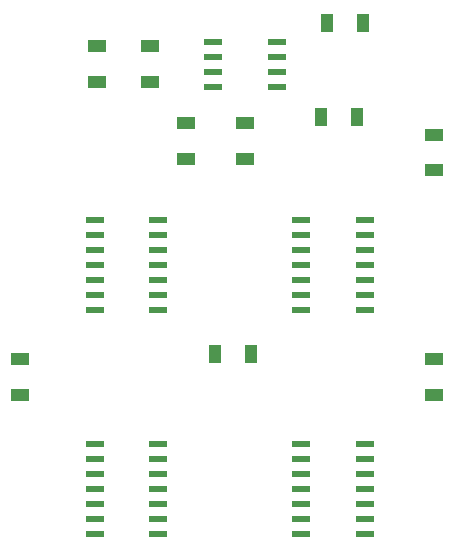
<source format=gbr>
G04 #@! TF.FileFunction,Paste,Top*
%FSLAX46Y46*%
G04 Gerber Fmt 4.6, Leading zero omitted, Abs format (unit mm)*
G04 Created by KiCad (PCBNEW 4.0.1-stable) date 2/25/2016 11:01:42 AM*
%MOMM*%
G01*
G04 APERTURE LIST*
%ADD10C,0.100000*%
%ADD11R,1.600000X1.000000*%
%ADD12R,1.000000X1.600000*%
%ADD13R,1.500000X0.600000*%
%ADD14R,1.550000X0.600000*%
G04 APERTURE END LIST*
D10*
D11*
X81900000Y-91000000D03*
X81900000Y-88000000D03*
X89400000Y-97500000D03*
X89400000Y-94500000D03*
X94400000Y-97500000D03*
X94400000Y-94500000D03*
X86400000Y-91000000D03*
X86400000Y-88000000D03*
D12*
X101400000Y-86000000D03*
X104400000Y-86000000D03*
X100900000Y-94000000D03*
X103900000Y-94000000D03*
D11*
X110400000Y-95500000D03*
X110400000Y-98500000D03*
D12*
X94900000Y-114000000D03*
X91900000Y-114000000D03*
D11*
X110400000Y-114500000D03*
X110400000Y-117500000D03*
X75400000Y-114500000D03*
X75400000Y-117500000D03*
D13*
X81700000Y-102690000D03*
X81700000Y-103960000D03*
X81700000Y-105230000D03*
X81700000Y-106500000D03*
X81700000Y-107770000D03*
X81700000Y-109040000D03*
X81700000Y-110310000D03*
X87100000Y-110310000D03*
X87100000Y-109040000D03*
X87100000Y-107770000D03*
X87100000Y-106500000D03*
X87100000Y-105230000D03*
X87100000Y-103960000D03*
X87100000Y-102690000D03*
X99200000Y-102690000D03*
X99200000Y-103960000D03*
X99200000Y-105230000D03*
X99200000Y-106500000D03*
X99200000Y-107770000D03*
X99200000Y-109040000D03*
X99200000Y-110310000D03*
X104600000Y-110310000D03*
X104600000Y-109040000D03*
X104600000Y-107770000D03*
X104600000Y-106500000D03*
X104600000Y-105230000D03*
X104600000Y-103960000D03*
X104600000Y-102690000D03*
X81700000Y-121690000D03*
X81700000Y-122960000D03*
X81700000Y-124230000D03*
X81700000Y-125500000D03*
X81700000Y-126770000D03*
X81700000Y-128040000D03*
X81700000Y-129310000D03*
X87100000Y-129310000D03*
X87100000Y-128040000D03*
X87100000Y-126770000D03*
X87100000Y-125500000D03*
X87100000Y-124230000D03*
X87100000Y-122960000D03*
X87100000Y-121690000D03*
X99200000Y-121690000D03*
X99200000Y-122960000D03*
X99200000Y-124230000D03*
X99200000Y-125500000D03*
X99200000Y-126770000D03*
X99200000Y-128040000D03*
X99200000Y-129310000D03*
X104600000Y-129310000D03*
X104600000Y-128040000D03*
X104600000Y-126770000D03*
X104600000Y-125500000D03*
X104600000Y-124230000D03*
X104600000Y-122960000D03*
X104600000Y-121690000D03*
D14*
X91700000Y-87595000D03*
X91700000Y-88865000D03*
X91700000Y-90135000D03*
X91700000Y-91405000D03*
X97100000Y-91405000D03*
X97100000Y-90135000D03*
X97100000Y-88865000D03*
X97100000Y-87595000D03*
M02*

</source>
